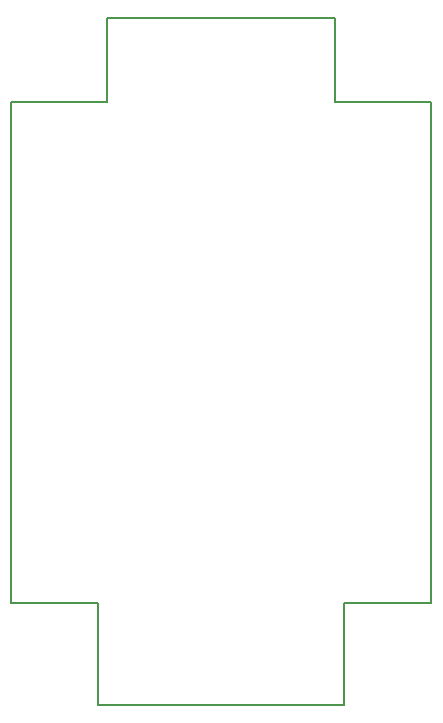
<source format=gbr>
%TF.GenerationSoftware,KiCad,Pcbnew,(5.0.2)-1*%
%TF.CreationDate,2019-05-13T13:04:59+03:00*%
%TF.ProjectId,timer,74696d65-722e-46b6-9963-61645f706362,rev?*%
%TF.SameCoordinates,Original*%
%TF.FileFunction,Paste,Top*%
%TF.FilePolarity,Positive*%
%FSLAX46Y46*%
G04 Gerber Fmt 4.6, Leading zero omitted, Abs format (unit mm)*
G04 Created by KiCad (PCBNEW (5.0.2)-1) date 13.05.2019 13:04:59*
%MOMM*%
%LPD*%
G01*
G04 APERTURE LIST*
%ADD10C,0.150000*%
G04 APERTURE END LIST*
D10*
X54102000Y-32004000D02*
X62230000Y-32004000D01*
X54102000Y-24892000D02*
X54102000Y-32004000D01*
X34798000Y-32004000D02*
X34798000Y-24892000D01*
X26670000Y-32004000D02*
X34798000Y-32004000D01*
X62230000Y-74422000D02*
X54864000Y-74422000D01*
X54864000Y-74422000D02*
X54864000Y-83058000D01*
X34036000Y-74422000D02*
X34036000Y-83058000D01*
X26670000Y-74422000D02*
X34036000Y-74422000D01*
X26670000Y-74422000D02*
X26670000Y-32004000D01*
X54864000Y-83058000D02*
X34036000Y-83058000D01*
X62230000Y-32004000D02*
X62230000Y-74422000D01*
X34798000Y-24892000D02*
X54102000Y-24892000D01*
M02*

</source>
